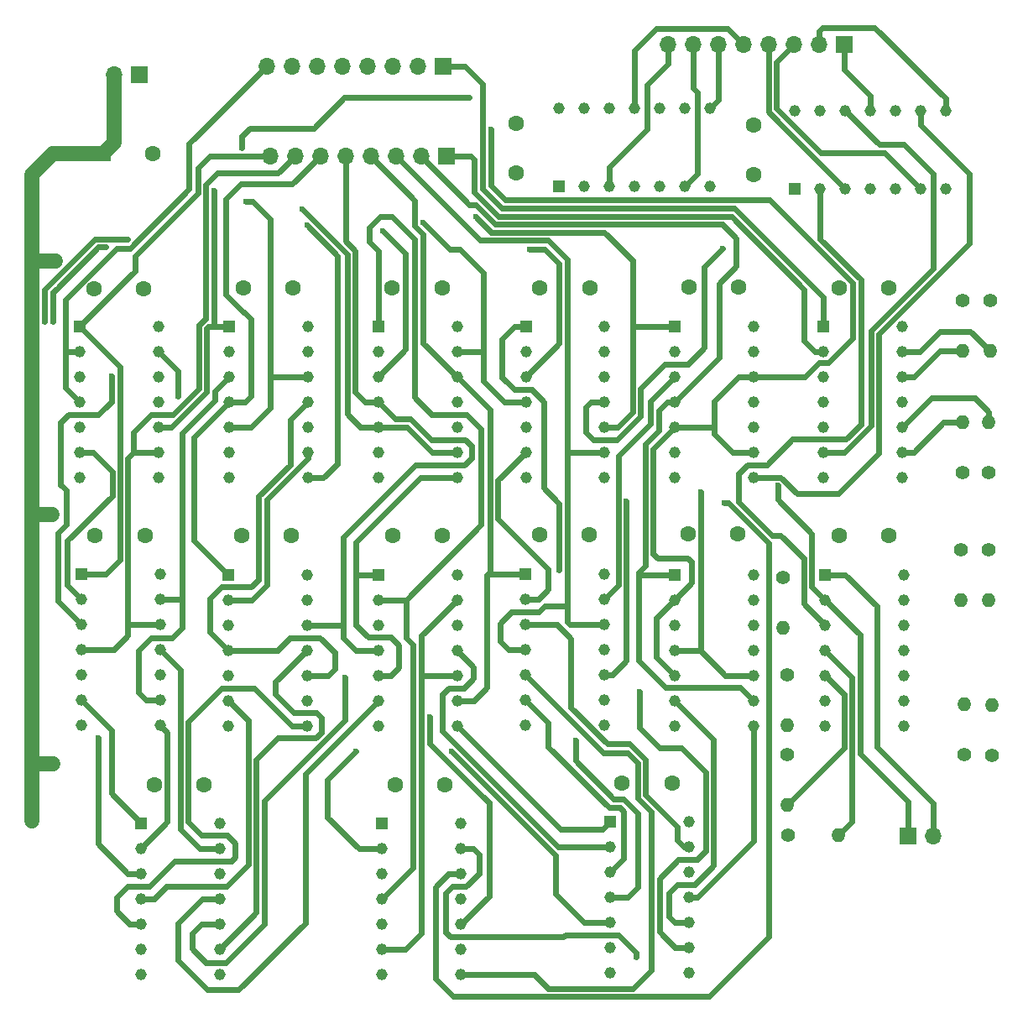
<source format=gbl>
G04 #@! TF.GenerationSoftware,KiCad,Pcbnew,6.0.11*
G04 #@! TF.CreationDate,2023-02-03T23:15:02+03:00*
G04 #@! TF.ProjectId,sum-diff-device,73756d2d-6469-4666-962d-646576696365,rev?*
G04 #@! TF.SameCoordinates,Original*
G04 #@! TF.FileFunction,Copper,L2,Bot*
G04 #@! TF.FilePolarity,Positive*
%FSLAX46Y46*%
G04 Gerber Fmt 4.6, Leading zero omitted, Abs format (unit mm)*
G04 Created by KiCad (PCBNEW 6.0.11) date 2023-02-03 23:15:02*
%MOMM*%
%LPD*%
G01*
G04 APERTURE LIST*
G04 #@! TA.AperFunction,ComponentPad*
%ADD10C,1.600000*%
G04 #@! TD*
G04 #@! TA.AperFunction,ComponentPad*
%ADD11R,1.170000X1.170000*%
G04 #@! TD*
G04 #@! TA.AperFunction,ComponentPad*
%ADD12C,1.170000*%
G04 #@! TD*
G04 #@! TA.AperFunction,ComponentPad*
%ADD13C,1.400000*%
G04 #@! TD*
G04 #@! TA.AperFunction,ComponentPad*
%ADD14O,1.400000X1.400000*%
G04 #@! TD*
G04 #@! TA.AperFunction,ComponentPad*
%ADD15R,1.700000X1.700000*%
G04 #@! TD*
G04 #@! TA.AperFunction,ComponentPad*
%ADD16O,1.700000X1.700000*%
G04 #@! TD*
G04 #@! TA.AperFunction,ComponentPad*
%ADD17R,1.600000X1.600000*%
G04 #@! TD*
G04 #@! TA.AperFunction,ViaPad*
%ADD18C,1.000000*%
G04 #@! TD*
G04 #@! TA.AperFunction,ViaPad*
%ADD19C,0.600000*%
G04 #@! TD*
G04 #@! TA.AperFunction,Conductor*
%ADD20C,1.500000*%
G04 #@! TD*
G04 #@! TA.AperFunction,Conductor*
%ADD21C,0.600000*%
G04 #@! TD*
G04 APERTURE END LIST*
D10*
X251130000Y-240340000D03*
X256130000Y-240340000D03*
D11*
X204752500Y-219330000D03*
D12*
X204752500Y-221870000D03*
X204752500Y-224410000D03*
X204752500Y-226950000D03*
X204752500Y-229490000D03*
X204752500Y-232030000D03*
X204752500Y-234570000D03*
X212692500Y-234570000D03*
X212692500Y-232030000D03*
X212692500Y-229490000D03*
X212692500Y-226950000D03*
X212692500Y-224410000D03*
X212692500Y-221870000D03*
X212692500Y-219330000D03*
D10*
X259460000Y-265320000D03*
X264460000Y-265320000D03*
D13*
X296420000Y-241810000D03*
D14*
X296420000Y-246890000D03*
D13*
X293940000Y-262500000D03*
D14*
X293940000Y-257420000D03*
D11*
X276870000Y-205447500D03*
D12*
X279410000Y-205447500D03*
X281950000Y-205447500D03*
X284490000Y-205447500D03*
X287030000Y-205447500D03*
X289570000Y-205447500D03*
X292110000Y-205447500D03*
X292110000Y-197507500D03*
X289570000Y-197507500D03*
X287030000Y-197507500D03*
X284490000Y-197507500D03*
X281950000Y-197507500D03*
X279410000Y-197507500D03*
X276870000Y-197507500D03*
D13*
X276060000Y-262470000D03*
D14*
X276060000Y-267550000D03*
D11*
X210930000Y-269390000D03*
D12*
X210930000Y-271930000D03*
X210930000Y-274470000D03*
X210930000Y-277010000D03*
X210930000Y-279550000D03*
X210930000Y-282090000D03*
X210930000Y-284630000D03*
X218870000Y-284630000D03*
X218870000Y-282090000D03*
X218870000Y-279550000D03*
X218870000Y-277010000D03*
X218870000Y-274470000D03*
X218870000Y-271930000D03*
X218870000Y-269390000D03*
D11*
X249742500Y-219280000D03*
D12*
X249742500Y-221820000D03*
X249742500Y-224360000D03*
X249742500Y-226900000D03*
X249742500Y-229440000D03*
X249742500Y-231980000D03*
X249742500Y-234520000D03*
X257682500Y-234520000D03*
X257682500Y-231980000D03*
X257682500Y-229440000D03*
X257682500Y-226900000D03*
X257682500Y-224360000D03*
X257682500Y-221820000D03*
X257682500Y-219280000D03*
D13*
X296770000Y-262550000D03*
D14*
X296770000Y-257470000D03*
D11*
X279892500Y-244330000D03*
D12*
X279892500Y-246870000D03*
X279892500Y-249410000D03*
X279892500Y-251950000D03*
X279892500Y-254490000D03*
X279892500Y-257030000D03*
X279892500Y-259570000D03*
X287832500Y-259570000D03*
X287832500Y-257030000D03*
X287832500Y-254490000D03*
X287832500Y-251950000D03*
X287832500Y-249410000D03*
X287832500Y-246870000D03*
X287832500Y-244330000D03*
D10*
X236310000Y-240400000D03*
X241310000Y-240400000D03*
X206290000Y-240370000D03*
X211290000Y-240370000D03*
D11*
X234842500Y-244330000D03*
D12*
X234842500Y-246870000D03*
X234842500Y-249410000D03*
X234842500Y-251950000D03*
X234842500Y-254490000D03*
X234842500Y-257030000D03*
X234842500Y-259570000D03*
X242782500Y-259570000D03*
X242782500Y-257030000D03*
X242782500Y-254490000D03*
X242782500Y-251950000D03*
X242782500Y-249410000D03*
X242782500Y-246870000D03*
X242782500Y-244330000D03*
D13*
X293640000Y-241830000D03*
D14*
X293640000Y-246910000D03*
D10*
X251160000Y-215400000D03*
X256160000Y-215400000D03*
D13*
X275640000Y-244620000D03*
D14*
X275640000Y-249700000D03*
D13*
X296600000Y-216710000D03*
D14*
X296600000Y-221790000D03*
D10*
X206200000Y-215470000D03*
X211200000Y-215470000D03*
D15*
X241345000Y-193030000D03*
D16*
X238805000Y-193030000D03*
X236265000Y-193030000D03*
X233725000Y-193030000D03*
X231185000Y-193030000D03*
X228645000Y-193030000D03*
X226105000Y-193030000D03*
X223565000Y-193030000D03*
D10*
X281380000Y-215440000D03*
X286380000Y-215440000D03*
D13*
X296450000Y-234070000D03*
D14*
X296450000Y-228990000D03*
D11*
X279780000Y-219280000D03*
D12*
X279780000Y-221820000D03*
X279780000Y-224360000D03*
X279780000Y-226900000D03*
X279780000Y-229440000D03*
X279780000Y-231980000D03*
X279780000Y-234520000D03*
X287720000Y-234520000D03*
X287720000Y-231980000D03*
X287720000Y-229440000D03*
X287720000Y-226900000D03*
X287720000Y-224360000D03*
X287720000Y-221820000D03*
X287720000Y-219280000D03*
D13*
X293810000Y-216700000D03*
D14*
X293810000Y-221780000D03*
D10*
X212270000Y-265520000D03*
X217270000Y-265520000D03*
D15*
X281845000Y-190860000D03*
D16*
X279305000Y-190860000D03*
X276765000Y-190860000D03*
X274225000Y-190860000D03*
X271685000Y-190860000D03*
X269145000Y-190860000D03*
X266605000Y-190860000D03*
X264065000Y-190860000D03*
D10*
X272710000Y-203980000D03*
X272710000Y-198980000D03*
D11*
X253050000Y-205200000D03*
D12*
X255590000Y-205200000D03*
X258130000Y-205200000D03*
X260670000Y-205200000D03*
X263210000Y-205200000D03*
X265750000Y-205200000D03*
X268290000Y-205200000D03*
X268290000Y-197260000D03*
X265750000Y-197260000D03*
X263210000Y-197260000D03*
X260670000Y-197260000D03*
X258130000Y-197260000D03*
X255590000Y-197260000D03*
X253050000Y-197260000D03*
D10*
X221210000Y-215440000D03*
X226210000Y-215440000D03*
X236260000Y-215370000D03*
X241260000Y-215370000D03*
D11*
X235240000Y-269450000D03*
D12*
X235240000Y-271990000D03*
X235240000Y-274530000D03*
X235240000Y-277070000D03*
X235240000Y-279610000D03*
X235240000Y-282150000D03*
X235240000Y-284690000D03*
X243180000Y-284690000D03*
X243180000Y-282150000D03*
X243180000Y-279610000D03*
X243180000Y-277070000D03*
X243180000Y-274530000D03*
X243180000Y-271990000D03*
X243180000Y-269450000D03*
D15*
X210720000Y-193880000D03*
D16*
X208180000Y-193880000D03*
D13*
X293760000Y-234050000D03*
D14*
X293760000Y-228970000D03*
D11*
X258240000Y-269220000D03*
D12*
X258240000Y-271760000D03*
X258240000Y-274300000D03*
X258240000Y-276840000D03*
X258240000Y-279380000D03*
X258240000Y-281920000D03*
X258240000Y-284460000D03*
X266180000Y-284460000D03*
X266180000Y-281920000D03*
X266180000Y-279380000D03*
X266180000Y-276840000D03*
X266180000Y-274300000D03*
X266180000Y-271760000D03*
X266180000Y-269220000D03*
D13*
X276220000Y-270610000D03*
D14*
X281300000Y-270610000D03*
D10*
X266160000Y-215350000D03*
X271160000Y-215350000D03*
X281370000Y-240420000D03*
X286370000Y-240420000D03*
X248780000Y-203790000D03*
X248780000Y-198790000D03*
D11*
X219780000Y-219330000D03*
D12*
X219780000Y-221870000D03*
X219780000Y-224410000D03*
X219780000Y-226950000D03*
X219780000Y-229490000D03*
X219780000Y-232030000D03*
X219780000Y-234570000D03*
X227720000Y-234570000D03*
X227720000Y-232030000D03*
X227720000Y-229490000D03*
X227720000Y-226950000D03*
X227720000Y-224410000D03*
X227720000Y-221870000D03*
X227720000Y-219330000D03*
D10*
X266070000Y-240250000D03*
X271070000Y-240250000D03*
D11*
X234842500Y-219280000D03*
D12*
X234842500Y-221820000D03*
X234842500Y-224360000D03*
X234842500Y-226900000D03*
X234842500Y-229440000D03*
X234842500Y-231980000D03*
X234842500Y-234520000D03*
X242782500Y-234520000D03*
X242782500Y-231980000D03*
X242782500Y-229440000D03*
X242782500Y-226900000D03*
X242782500Y-224360000D03*
X242782500Y-221820000D03*
X242782500Y-219280000D03*
D11*
X219730000Y-244330000D03*
D12*
X219730000Y-246870000D03*
X219730000Y-249410000D03*
X219730000Y-251950000D03*
X219730000Y-254490000D03*
X219730000Y-257030000D03*
X219730000Y-259570000D03*
X227670000Y-259570000D03*
X227670000Y-257030000D03*
X227670000Y-254490000D03*
X227670000Y-251950000D03*
X227670000Y-249410000D03*
X227670000Y-246870000D03*
X227670000Y-244330000D03*
D15*
X241685000Y-202120000D03*
D16*
X239145000Y-202120000D03*
X236605000Y-202120000D03*
X234065000Y-202120000D03*
X231525000Y-202120000D03*
X228985000Y-202120000D03*
X226445000Y-202120000D03*
X223905000Y-202120000D03*
D13*
X276110000Y-254450000D03*
D14*
X276110000Y-259530000D03*
D11*
X264792500Y-219280000D03*
D12*
X264792500Y-221820000D03*
X264792500Y-224360000D03*
X264792500Y-226900000D03*
X264792500Y-229440000D03*
X264792500Y-231980000D03*
X264792500Y-234520000D03*
X272732500Y-234520000D03*
X272732500Y-231980000D03*
X272732500Y-229440000D03*
X272732500Y-226900000D03*
X272732500Y-224360000D03*
X272732500Y-221820000D03*
X272732500Y-219280000D03*
D15*
X288260000Y-270705000D03*
D16*
X290800000Y-270705000D03*
D17*
X207097349Y-201820000D03*
D10*
X212097349Y-201820000D03*
X221050000Y-240410000D03*
X226050000Y-240410000D03*
X236540000Y-265530000D03*
X241540000Y-265530000D03*
D11*
X264730000Y-244330000D03*
D12*
X264730000Y-246870000D03*
X264730000Y-249410000D03*
X264730000Y-251950000D03*
X264730000Y-254490000D03*
X264730000Y-257030000D03*
X264730000Y-259570000D03*
X272670000Y-259570000D03*
X272670000Y-257030000D03*
X272670000Y-254490000D03*
X272670000Y-251950000D03*
X272670000Y-249410000D03*
X272670000Y-246870000D03*
X272670000Y-244330000D03*
D11*
X204880000Y-244280000D03*
D12*
X204880000Y-246820000D03*
X204880000Y-249360000D03*
X204880000Y-251900000D03*
X204880000Y-254440000D03*
X204880000Y-256980000D03*
X204880000Y-259520000D03*
X212820000Y-259520000D03*
X212820000Y-256980000D03*
X212820000Y-254440000D03*
X212820000Y-251900000D03*
X212820000Y-249360000D03*
X212820000Y-246820000D03*
X212820000Y-244280000D03*
D11*
X249680000Y-244280000D03*
D12*
X249680000Y-246820000D03*
X249680000Y-249360000D03*
X249680000Y-251900000D03*
X249680000Y-254440000D03*
X249680000Y-256980000D03*
X249680000Y-259520000D03*
X257620000Y-259520000D03*
X257620000Y-256980000D03*
X257620000Y-254440000D03*
X257620000Y-251900000D03*
X257620000Y-249360000D03*
X257620000Y-246820000D03*
X257620000Y-244280000D03*
D18*
X201900000Y-238300000D03*
X199890000Y-269210000D03*
X202240000Y-212730000D03*
X202060000Y-263420000D03*
D19*
X275129418Y-235320082D03*
X201209500Y-218779500D03*
X209569315Y-210469315D03*
X214640000Y-226290000D03*
X207350000Y-211269315D03*
X202010000Y-218790000D03*
X207910000Y-224330000D03*
X227639668Y-209080332D03*
X244010685Y-196169315D03*
X221080000Y-201300000D03*
X232610000Y-262140000D03*
X235330000Y-209669815D03*
X253110000Y-243860000D03*
X250090000Y-211480000D03*
X269540000Y-211450000D03*
X259860000Y-236880000D03*
X267370000Y-235970000D03*
X269750000Y-237050000D03*
X206560000Y-260780000D03*
X231490000Y-254700000D03*
X254760000Y-261000000D03*
X242270000Y-262180000D03*
X261220000Y-256150000D03*
X260880000Y-282900000D03*
X246170000Y-199439336D03*
X240000000Y-258650000D03*
X244680000Y-208230000D03*
X239329500Y-208770500D03*
X227140000Y-207450000D03*
X221520000Y-206650000D03*
X218270000Y-205610000D03*
D20*
X199890000Y-238290000D02*
X199890000Y-262500000D01*
X199890000Y-262500000D02*
X199890000Y-263430000D01*
X208180000Y-193880000D02*
X208180000Y-200737349D01*
X199890000Y-212730000D02*
X202240000Y-212730000D01*
X199890000Y-213910000D02*
X199890000Y-215590000D01*
X208180000Y-200737349D02*
X207097349Y-201820000D01*
X199890000Y-263430000D02*
X199890000Y-269210000D01*
X199890000Y-208580000D02*
X199890000Y-212730000D01*
X207097349Y-201820000D02*
X202050000Y-201820000D01*
X199890000Y-238290000D02*
X201890000Y-238290000D01*
X199890000Y-263430000D02*
X202050000Y-263430000D01*
X199890000Y-203980000D02*
X199890000Y-208580000D01*
X201890000Y-238290000D02*
X201900000Y-238300000D01*
X199890000Y-212730000D02*
X199890000Y-215590000D01*
X199890000Y-215590000D02*
X199890000Y-238290000D01*
X202050000Y-201820000D02*
X199890000Y-203980000D01*
D21*
X241685000Y-202120000D02*
X244190000Y-202120000D01*
X270468630Y-208200000D02*
X277820000Y-215551370D01*
X277820000Y-215551370D02*
X277820000Y-220780000D01*
X278860000Y-221820000D02*
X279780000Y-221820000D01*
X244190000Y-202120000D02*
X244560000Y-202490000D01*
X277820000Y-220780000D02*
X278860000Y-221820000D01*
X244560000Y-205761370D02*
X246998630Y-208200000D01*
X244560000Y-202490000D02*
X244560000Y-205761370D01*
X246998630Y-208200000D02*
X270468630Y-208200000D01*
X270750000Y-207350000D02*
X279780000Y-216380000D01*
X247280000Y-207350000D02*
X270750000Y-207350000D01*
X245360000Y-205430000D02*
X247280000Y-207350000D01*
X279780000Y-216380000D02*
X279780000Y-219280000D01*
X243570000Y-193030000D02*
X245360000Y-194820000D01*
X245360000Y-194820000D02*
X245360000Y-205430000D01*
X241345000Y-193030000D02*
X243570000Y-193030000D01*
X283430000Y-250407500D02*
X279892500Y-246870000D01*
X275129418Y-235320082D02*
X275129418Y-236768047D01*
X278550000Y-240188629D02*
X278550000Y-245527500D01*
X275129418Y-236768047D02*
X278550000Y-240188629D01*
X283430000Y-262380000D02*
X283430000Y-250407500D01*
X278550000Y-245527500D02*
X279892500Y-246870000D01*
X288260000Y-267210000D02*
X283430000Y-262380000D01*
X288260000Y-270705000D02*
X288260000Y-267210000D01*
X284490000Y-196050000D02*
X284490000Y-197507500D01*
X281845000Y-190860000D02*
X281845000Y-193405000D01*
X281845000Y-193405000D02*
X284490000Y-196050000D01*
X291860000Y-228970000D02*
X293760000Y-228970000D01*
X287720000Y-231980000D02*
X288850000Y-231980000D01*
X288850000Y-231980000D02*
X291860000Y-228970000D01*
X296450000Y-227900000D02*
X296450000Y-228990000D01*
X294760000Y-226500000D02*
X295050000Y-226500000D01*
X290620000Y-226540000D02*
X294720000Y-226540000D01*
X295050000Y-226500000D02*
X296450000Y-227900000D01*
X287720000Y-229440000D02*
X290620000Y-226540000D01*
X294720000Y-226540000D02*
X294760000Y-226500000D01*
X288920000Y-224360000D02*
X291500000Y-221780000D01*
X291500000Y-221780000D02*
X293810000Y-221780000D01*
X287720000Y-224360000D02*
X288920000Y-224360000D01*
X291530000Y-219770000D02*
X294580000Y-219770000D01*
X289480000Y-221820000D02*
X291530000Y-219770000D01*
X287720000Y-221820000D02*
X289480000Y-221820000D01*
X294580000Y-219770000D02*
X296600000Y-221790000D01*
X276060000Y-267550000D02*
X281830000Y-261780000D01*
X281830000Y-261780000D02*
X281830000Y-256427500D01*
X281830000Y-256427500D02*
X279892500Y-254490000D01*
X282630000Y-269280000D02*
X282630000Y-254687500D01*
X282630000Y-254687500D02*
X279892500Y-251950000D01*
X281300000Y-270610000D02*
X282630000Y-269280000D01*
X201140000Y-218710000D02*
X201140000Y-215610000D01*
X201209500Y-218779500D02*
X201140000Y-218710000D01*
X201140000Y-215610000D02*
X206280685Y-210469315D01*
X206280685Y-210469315D02*
X209569315Y-210469315D01*
X203470000Y-245410000D02*
X203470000Y-240900000D01*
X207990000Y-233940000D02*
X206080000Y-232030000D01*
X207990000Y-236380000D02*
X207990000Y-233940000D01*
X203470000Y-240900000D02*
X207990000Y-236380000D01*
X206080000Y-232030000D02*
X204752500Y-232030000D01*
X204880000Y-246820000D02*
X203470000Y-245410000D01*
X212692500Y-221870000D02*
X214640000Y-223817500D01*
X214640000Y-223817500D02*
X214640000Y-226290000D01*
X202010000Y-218790000D02*
X202010000Y-215871370D01*
X206612055Y-211269315D02*
X207350000Y-211269315D01*
X202420685Y-215460685D02*
X206595685Y-211285685D01*
X206595685Y-211285685D02*
X206612055Y-211269315D01*
X202010000Y-215871370D02*
X202420685Y-215460685D01*
X203620000Y-228170000D02*
X205400000Y-228170000D01*
X202530000Y-240120000D02*
X203350000Y-239300000D01*
X203350000Y-239300000D02*
X203350000Y-235810000D01*
X202530000Y-247010000D02*
X202530000Y-245570000D01*
X202530000Y-245570000D02*
X202530000Y-240120000D01*
X207910000Y-226880000D02*
X207910000Y-224330000D01*
X207280000Y-227510000D02*
X207910000Y-226880000D01*
X206620000Y-228170000D02*
X207280000Y-227510000D01*
X202810000Y-228980000D02*
X203620000Y-228170000D01*
X204880000Y-249360000D02*
X202530000Y-247010000D01*
X202960000Y-235420000D02*
X202810000Y-235270000D01*
X202810000Y-235270000D02*
X202810000Y-228980000D01*
X205400000Y-228170000D02*
X206620000Y-228170000D01*
X203350000Y-235810000D02*
X202960000Y-235420000D01*
X210660000Y-256200000D02*
X211440000Y-256980000D01*
X215010000Y-246820000D02*
X215030000Y-246800000D01*
X210660000Y-251970000D02*
X210660000Y-256200000D01*
X215030000Y-230090000D02*
X215030000Y-244610000D01*
X215030000Y-246800000D02*
X215030000Y-249700000D01*
X212820000Y-246820000D02*
X215010000Y-246820000D01*
X218370000Y-225820000D02*
X218370000Y-226750000D01*
X215030000Y-244610000D02*
X215030000Y-246800000D01*
X218370000Y-226750000D02*
X215030000Y-230090000D01*
X211950000Y-250680000D02*
X210660000Y-251970000D01*
X215030000Y-249700000D02*
X214050000Y-250680000D01*
X211440000Y-256980000D02*
X212820000Y-256980000D01*
X214050000Y-250680000D02*
X211950000Y-250680000D01*
X219780000Y-224410000D02*
X218370000Y-225820000D01*
X244010685Y-196169315D02*
X231480685Y-196169315D01*
X227720000Y-234570000D02*
X229320000Y-234570000D01*
X231430000Y-196220000D02*
X228350000Y-199300000D01*
X229320000Y-234570000D02*
X230729315Y-233160685D01*
X221870000Y-199300000D02*
X221080000Y-200090000D01*
X221080000Y-200090000D02*
X221080000Y-201300000D01*
X230729315Y-212170685D02*
X227639668Y-209081038D01*
X228350000Y-199300000D02*
X221870000Y-199300000D01*
X231480685Y-196169315D02*
X231430000Y-196220000D01*
X227639668Y-209081038D02*
X227639668Y-209080332D01*
X230729315Y-233160685D02*
X230729315Y-212170685D01*
X227720000Y-232030000D02*
X227720000Y-232600000D01*
X229730000Y-265020000D02*
X229730000Y-268820000D01*
X222060000Y-246870000D02*
X219730000Y-246870000D01*
X232610000Y-262140000D02*
X229730000Y-265020000D01*
X232900000Y-271990000D02*
X235240000Y-271990000D01*
X223580000Y-236740000D02*
X223580000Y-245350000D01*
X229730000Y-268820000D02*
X232900000Y-271990000D01*
X227720000Y-232600000D02*
X223580000Y-236740000D01*
X223580000Y-245350000D02*
X222060000Y-246870000D01*
X222760000Y-244850000D02*
X222020000Y-245590000D01*
X217890000Y-250110000D02*
X219730000Y-251950000D01*
X222020000Y-245590000D02*
X219060000Y-245590000D01*
X222760000Y-236428630D02*
X222760000Y-244850000D01*
X224690000Y-251950000D02*
X225930000Y-250710000D01*
X230440000Y-252170000D02*
X230440000Y-253820000D01*
X228980000Y-250710000D02*
X230440000Y-252170000D01*
X230440000Y-253820000D02*
X229770000Y-254490000D01*
X217890000Y-246760000D02*
X217890000Y-250110000D01*
X225930000Y-250710000D02*
X228980000Y-250710000D01*
X219730000Y-251950000D02*
X224690000Y-251950000D01*
X225940000Y-233248630D02*
X222760000Y-236428630D01*
X227720000Y-226950000D02*
X225940000Y-228730000D01*
X219060000Y-245590000D02*
X217890000Y-246760000D01*
X225940000Y-228730000D02*
X225940000Y-233248630D01*
X229770000Y-254490000D02*
X227670000Y-254490000D01*
X243770000Y-228180000D02*
X245220000Y-229630000D01*
X237680000Y-250720000D02*
X237680000Y-246870000D01*
X237680000Y-246870000D02*
X234842500Y-246870000D01*
X245220000Y-230240000D02*
X245230000Y-230250000D01*
X234842500Y-211662500D02*
X233920000Y-210740000D01*
X236200000Y-208230000D02*
X238470000Y-210500000D01*
X238360000Y-273950000D02*
X238360000Y-251400000D01*
X234842500Y-219280000D02*
X234842500Y-211662500D01*
X235000000Y-208230000D02*
X236200000Y-208230000D01*
X245230000Y-230250000D02*
X245230000Y-239320000D01*
X245230000Y-239320000D02*
X237680000Y-246870000D01*
X240210000Y-228180000D02*
X243770000Y-228180000D01*
X235240000Y-277070000D02*
X238360000Y-273950000D01*
X233920000Y-209310000D02*
X235000000Y-208230000D01*
X238470000Y-210500000D02*
X238470000Y-226440000D01*
X233920000Y-210740000D02*
X233920000Y-209310000D01*
X245220000Y-229630000D02*
X245220000Y-230240000D01*
X238360000Y-251400000D02*
X237680000Y-250720000D01*
X238470000Y-226440000D02*
X240210000Y-228180000D01*
X235330000Y-209669815D02*
X237610000Y-211949815D01*
X237610000Y-221592500D02*
X234842500Y-224360000D01*
X237610000Y-211949815D02*
X237610000Y-221592500D01*
X236940000Y-253680000D02*
X236130000Y-254490000D01*
X232600000Y-249450000D02*
X233820000Y-250670000D01*
X233820000Y-250670000D02*
X236120000Y-250670000D01*
X232600000Y-243180000D02*
X232600000Y-244170000D01*
X236120000Y-250670000D02*
X236940000Y-251490000D01*
X242782500Y-234520000D02*
X239120000Y-234520000D01*
X236130000Y-254490000D02*
X234842500Y-254490000D01*
X236940000Y-251490000D02*
X236940000Y-253680000D01*
X232600000Y-241040000D02*
X232600000Y-243180000D01*
X234842500Y-244330000D02*
X232760000Y-244330000D01*
X232600000Y-244170000D02*
X232600000Y-249450000D01*
X239120000Y-234520000D02*
X232600000Y-241040000D01*
X232760000Y-244330000D02*
X232600000Y-244170000D01*
X239450000Y-254490000D02*
X239200000Y-254740000D01*
X250120000Y-225640000D02*
X250320000Y-225640000D01*
X239200000Y-280550000D02*
X237600000Y-282150000D01*
X247840000Y-224920000D02*
X248560000Y-225640000D01*
X242782500Y-246870000D02*
X239200000Y-250452500D01*
X249742500Y-219280000D02*
X248620000Y-219280000D01*
X251560000Y-226880000D02*
X251560000Y-229790000D01*
X239200000Y-254740000D02*
X239200000Y-280550000D01*
X237600000Y-282150000D02*
X235240000Y-282150000D01*
X251560000Y-229790000D02*
X251560000Y-235590000D01*
X251560000Y-235590000D02*
X252840000Y-236870000D01*
X253110000Y-237140000D02*
X253110000Y-243860000D01*
X247350000Y-224430000D02*
X247840000Y-224920000D01*
X247350000Y-220550000D02*
X247350000Y-224430000D01*
X248620000Y-219280000D02*
X247350000Y-220550000D01*
X250320000Y-225640000D02*
X251560000Y-226880000D01*
X239200000Y-250452500D02*
X239200000Y-254740000D01*
X242782500Y-254490000D02*
X239450000Y-254490000D01*
X248560000Y-225640000D02*
X250120000Y-225640000D01*
X252840000Y-236870000D02*
X253110000Y-237140000D01*
X251620000Y-211480000D02*
X253090000Y-212950000D01*
X253110000Y-212950000D02*
X253110000Y-220992500D01*
X253090000Y-212950000D02*
X253110000Y-212950000D01*
X253110000Y-220992500D02*
X249742500Y-224360000D01*
X250090000Y-211480000D02*
X251620000Y-211480000D01*
X251980000Y-245840000D02*
X251980000Y-243730000D01*
X249680000Y-246820000D02*
X251000000Y-246820000D01*
X246910000Y-238660000D02*
X246910000Y-234812500D01*
X251980000Y-243730000D02*
X246910000Y-238660000D01*
X246910000Y-234812500D02*
X249742500Y-231980000D01*
X251000000Y-246820000D02*
X251980000Y-245840000D01*
X261290000Y-228360000D02*
X258950000Y-230700000D01*
X255820000Y-227400000D02*
X256320000Y-226900000D01*
X256320000Y-226900000D02*
X257682500Y-226900000D01*
X269540000Y-211450000D02*
X267740000Y-213250000D01*
X267740000Y-221420000D02*
X266080000Y-223080000D01*
X256570000Y-230700000D02*
X255820000Y-229950000D01*
X263770000Y-223080000D02*
X261290000Y-225560000D01*
X255820000Y-229950000D02*
X255820000Y-227400000D01*
X266080000Y-223080000D02*
X263770000Y-223080000D01*
X258950000Y-230700000D02*
X256570000Y-230700000D01*
X261290000Y-225560000D02*
X261290000Y-228360000D01*
X267740000Y-213250000D02*
X267740000Y-221420000D01*
X258450000Y-254440000D02*
X257620000Y-254440000D01*
X259860000Y-236880000D02*
X259860000Y-253030000D01*
X250580000Y-284690000D02*
X251990000Y-286100000D01*
X257570000Y-262330000D02*
X249680000Y-254440000D01*
X251990000Y-286100000D02*
X260530000Y-286100000D01*
X243180000Y-284690000D02*
X250580000Y-284690000D01*
X259860000Y-253030000D02*
X258450000Y-254440000D01*
X259988630Y-262330000D02*
X257570000Y-262330000D01*
X260530000Y-286100000D02*
X262390000Y-284240000D01*
X260990000Y-266861370D02*
X260990000Y-263331370D01*
X260990000Y-263331370D02*
X259988630Y-262330000D01*
X262390000Y-284240000D02*
X262390000Y-268261370D01*
X262390000Y-268261370D02*
X260990000Y-266861370D01*
X262290000Y-229100000D02*
X259040000Y-232350000D01*
X264792500Y-224360000D02*
X262290000Y-226862500D01*
X259040000Y-232350000D02*
X259040000Y-245400000D01*
X259040000Y-245400000D02*
X257620000Y-246820000D01*
X262290000Y-226862500D02*
X262290000Y-229100000D01*
X289570000Y-197507500D02*
X289570000Y-199000000D01*
X285360000Y-220041370D02*
X285360000Y-232090000D01*
X275460000Y-234520000D02*
X272732500Y-234520000D01*
X285360000Y-232090000D02*
X281280000Y-236170000D01*
X294470000Y-203900000D02*
X294470000Y-210931370D01*
X289570000Y-199000000D02*
X294470000Y-203900000D01*
X281280000Y-236170000D02*
X277110000Y-236170000D01*
X294470000Y-210931370D02*
X285360000Y-220041370D01*
X277110000Y-236170000D02*
X275460000Y-234520000D01*
X264730000Y-251950000D02*
X267330000Y-251950000D01*
X267370000Y-235970000D02*
X267370000Y-248750000D01*
X267370000Y-251990000D02*
X269870000Y-254490000D01*
X267330000Y-251950000D02*
X267370000Y-251990000D01*
X269870000Y-254490000D02*
X272670000Y-254490000D01*
X267370000Y-248750000D02*
X267370000Y-251990000D01*
X270138630Y-237050000D02*
X274220000Y-241131370D01*
X274220000Y-280870000D02*
X268190000Y-286900000D01*
X268190000Y-286900000D02*
X242420000Y-286900000D01*
X269750000Y-237050000D02*
X270138630Y-237050000D01*
X240620000Y-275820000D02*
X241910000Y-274530000D01*
X240620000Y-285100000D02*
X240620000Y-275820000D01*
X242420000Y-286900000D02*
X240620000Y-285100000D01*
X274220000Y-241131370D02*
X274220000Y-280870000D01*
X241910000Y-274530000D02*
X243180000Y-274530000D01*
X284560000Y-219709999D02*
X284560000Y-229270000D01*
X290830000Y-213440000D02*
X284560000Y-219709999D01*
X287860000Y-200960000D02*
X290830000Y-203930000D01*
X281950000Y-197507500D02*
X285402500Y-200960000D01*
X281850000Y-231980000D02*
X279780000Y-231980000D01*
X285402500Y-200960000D02*
X287860000Y-200960000D01*
X284560000Y-229270000D02*
X281850000Y-231980000D01*
X290830000Y-203930000D02*
X290830000Y-213440000D01*
X210930000Y-269390000D02*
X207900000Y-266360000D01*
X207900000Y-266360000D02*
X207900000Y-260000000D01*
X207900000Y-260000000D02*
X204880000Y-256980000D01*
X212820000Y-259520000D02*
X213570000Y-260270000D01*
X213570000Y-260270000D02*
X213570000Y-269290000D01*
X213570000Y-269290000D02*
X210930000Y-271930000D01*
X214850000Y-269980000D02*
X216800000Y-271930000D01*
X214850000Y-253930000D02*
X214850000Y-269980000D01*
X216800000Y-271930000D02*
X218870000Y-271930000D01*
X212820000Y-251900000D02*
X214850000Y-253930000D01*
X206560000Y-260780000D02*
X206560000Y-271480000D01*
X209550000Y-274470000D02*
X210930000Y-274470000D01*
X206560000Y-271480000D02*
X209550000Y-274470000D01*
X213460000Y-275770000D02*
X219570000Y-275770000D01*
X219570000Y-275770000D02*
X221740000Y-273600000D01*
X212220000Y-277010000D02*
X213460000Y-275770000D01*
X221740000Y-273600000D02*
X221740000Y-259040000D01*
X221740000Y-259040000D02*
X219730000Y-257030000D01*
X210930000Y-277010000D02*
X212220000Y-277010000D01*
X219650000Y-270640000D02*
X220430000Y-271420000D01*
X217000000Y-270640000D02*
X219650000Y-270640000D01*
X227670000Y-259570000D02*
X226120000Y-259570000D01*
X220430000Y-271420000D02*
X220430000Y-272820000D01*
X208420000Y-276910000D02*
X208420000Y-278210000D01*
X211780000Y-275790000D02*
X209540000Y-275790000D01*
X209540000Y-275790000D02*
X208420000Y-276910000D01*
X222330000Y-255780000D02*
X219060000Y-255780000D01*
X220430000Y-272820000D02*
X220010000Y-273240000D01*
X209760000Y-279550000D02*
X210930000Y-279550000D01*
X208420000Y-278210000D02*
X209760000Y-279550000D01*
X214330000Y-273240000D02*
X211780000Y-275790000D01*
X220010000Y-273240000D02*
X214330000Y-273240000D01*
X226120000Y-259570000D02*
X222330000Y-255780000D01*
X215650000Y-259190000D02*
X215650000Y-269290000D01*
X219060000Y-255780000D02*
X215650000Y-259190000D01*
X215650000Y-269290000D02*
X217000000Y-270640000D01*
X228630000Y-258260000D02*
X229090000Y-258720000D01*
X227670000Y-251950000D02*
X224490000Y-255130000D01*
X224490000Y-255130000D02*
X224490000Y-256400000D01*
X229090000Y-260250000D02*
X228510000Y-260830000D01*
X224730000Y-260830000D02*
X222540000Y-263020000D01*
X224490000Y-256400000D02*
X226350000Y-258260000D01*
X226350000Y-258260000D02*
X228630000Y-258260000D01*
X222540000Y-278420000D02*
X218870000Y-282090000D01*
X222540000Y-263020000D02*
X222540000Y-278420000D01*
X228510000Y-260830000D02*
X224730000Y-260830000D01*
X229090000Y-258720000D02*
X229090000Y-260250000D01*
X231490000Y-258981370D02*
X223340000Y-267131370D01*
X219490000Y-283450000D02*
X217410000Y-283450000D01*
X217410000Y-283450000D02*
X216030000Y-282070000D01*
X216980000Y-279550000D02*
X218870000Y-279550000D01*
X216030000Y-280500000D02*
X216980000Y-279550000D01*
X223340000Y-279600000D02*
X219490000Y-283450000D01*
X223340000Y-267131370D02*
X223340000Y-279600000D01*
X216030000Y-282070000D02*
X216030000Y-280500000D01*
X231490000Y-254700000D02*
X231490000Y-258981370D01*
X214590000Y-279510000D02*
X217090000Y-277010000D01*
X220690000Y-286230000D02*
X217580000Y-286230000D01*
X217580000Y-286230000D02*
X214590000Y-283240000D01*
X227460000Y-279460000D02*
X220690000Y-286230000D01*
X217090000Y-277010000D02*
X218870000Y-277010000D01*
X214590000Y-283240000D02*
X214590000Y-279510000D01*
X227460000Y-264412500D02*
X227460000Y-279460000D01*
X234842500Y-257030000D02*
X227460000Y-264412500D01*
X253212500Y-270000000D02*
X257460000Y-270000000D01*
X242782500Y-259570000D02*
X253212500Y-270000000D01*
X257460000Y-270000000D02*
X258240000Y-269220000D01*
X253020000Y-271760000D02*
X258240000Y-271760000D01*
X241960000Y-255760000D02*
X241340000Y-256380000D01*
X241340000Y-256380000D02*
X241340000Y-260080000D01*
X244470000Y-254790000D02*
X243500000Y-255760000D01*
X243500000Y-255760000D02*
X241960000Y-255760000D01*
X242782500Y-251950000D02*
X244470000Y-253637500D01*
X244470000Y-253637500D02*
X244470000Y-254790000D01*
X241340000Y-260080000D02*
X253020000Y-271760000D01*
X254280000Y-250770000D02*
X254280000Y-257714422D01*
X265040000Y-271130000D02*
X265670000Y-271760000D01*
X249680000Y-249360000D02*
X252870000Y-249360000D01*
X265040000Y-269780000D02*
X265040000Y-271130000D01*
X261790000Y-266530000D02*
X265040000Y-269780000D01*
X261820000Y-263030000D02*
X261790000Y-263060000D01*
X265670000Y-271760000D02*
X266180000Y-271760000D01*
X257975578Y-261410000D02*
X260200000Y-261410000D01*
X254280000Y-257714422D02*
X257975578Y-261410000D01*
X260200000Y-261410000D02*
X261820000Y-263030000D01*
X261790000Y-263060000D02*
X261790000Y-266530000D01*
X252870000Y-249360000D02*
X254280000Y-250770000D01*
X259600000Y-272940000D02*
X258240000Y-274300000D01*
X251990000Y-261720000D02*
X258110000Y-267840000D01*
X258110000Y-267840000D02*
X259230000Y-267840000D01*
X251990000Y-259290000D02*
X251990000Y-261720000D01*
X259600000Y-268210000D02*
X259600000Y-272940000D01*
X259230000Y-267840000D02*
X259600000Y-268210000D01*
X249680000Y-256980000D02*
X251990000Y-259290000D01*
X254760000Y-261000000D02*
X254760000Y-263100000D01*
X260030000Y-276840000D02*
X258240000Y-276840000D01*
X259620000Y-266950000D02*
X261040000Y-268370000D01*
X261040000Y-268370000D02*
X261040000Y-275830000D01*
X258610000Y-266950000D02*
X259620000Y-266950000D01*
X254760000Y-263100000D02*
X258610000Y-266950000D01*
X261040000Y-275830000D02*
X260030000Y-276840000D01*
X252760000Y-276550000D02*
X255590000Y-279380000D01*
X255590000Y-279380000D02*
X258240000Y-279380000D01*
X252760000Y-272631370D02*
X252760000Y-276550000D01*
X242270000Y-262180000D02*
X242270000Y-262141371D01*
X242270000Y-262141371D02*
X252760000Y-272631370D01*
X263190000Y-280330000D02*
X263190000Y-275200000D01*
X265130000Y-273030000D02*
X266460000Y-273030000D01*
X267030000Y-273030000D02*
X267500000Y-272560000D01*
X266460000Y-273030000D02*
X267030000Y-273030000D01*
X267880000Y-272180000D02*
X267880000Y-264270000D01*
X264780000Y-281920000D02*
X263370000Y-280510000D01*
X265390000Y-261780000D02*
X263230000Y-261780000D01*
X266180000Y-281920000D02*
X264780000Y-281920000D01*
X267880000Y-264270000D02*
X265390000Y-261780000D01*
X265030000Y-273130000D02*
X265130000Y-273030000D01*
X263370000Y-280510000D02*
X263190000Y-280330000D01*
X263190000Y-274970000D02*
X265030000Y-273130000D01*
X267500000Y-272560000D02*
X267880000Y-272180000D01*
X263190000Y-275200000D02*
X263190000Y-274970000D01*
X261220000Y-259770000D02*
X261220000Y-256150000D01*
X263230000Y-261780000D02*
X261220000Y-259770000D01*
X264180000Y-276440000D02*
X265040000Y-275580000D01*
X265040000Y-275580000D02*
X266760000Y-275580000D01*
X268680000Y-273660000D02*
X268680000Y-260980000D01*
X268680000Y-260980000D02*
X264730000Y-257030000D01*
X266760000Y-275580000D02*
X268680000Y-273660000D01*
X264180000Y-278780000D02*
X264180000Y-276440000D01*
X266180000Y-279380000D02*
X264780000Y-279380000D01*
X264780000Y-279380000D02*
X264180000Y-278780000D01*
X267030000Y-276840000D02*
X272670000Y-271200000D01*
X272670000Y-271200000D02*
X272670000Y-259570000D01*
X266180000Y-276840000D02*
X267030000Y-276840000D01*
X241650000Y-280390000D02*
X241650000Y-276470000D01*
X243690000Y-275800000D02*
X245010000Y-274480000D01*
X259080000Y-280660000D02*
X253740000Y-280660000D01*
X244420000Y-271990000D02*
X243180000Y-271990000D01*
X241650000Y-276470000D02*
X242320000Y-275800000D01*
X245010000Y-272580000D02*
X244420000Y-271990000D01*
X260880000Y-282460000D02*
X259080000Y-280660000D01*
X253530000Y-280870000D02*
X242130000Y-280870000D01*
X260880000Y-282900000D02*
X260880000Y-282460000D01*
X253740000Y-280660000D02*
X253530000Y-280870000D01*
X242130000Y-280870000D02*
X241650000Y-280390000D01*
X245010000Y-274480000D02*
X245010000Y-272580000D01*
X242320000Y-275800000D02*
X243690000Y-275800000D01*
X276620000Y-230680000D02*
X274040000Y-233260000D01*
X277750000Y-247267500D02*
X279892500Y-249410000D01*
X279410000Y-210500152D02*
X283510000Y-214600152D01*
X271200000Y-236980000D02*
X274610000Y-240390000D01*
X283510000Y-214600152D02*
X283510000Y-229188630D01*
X271200000Y-234160000D02*
X271200000Y-236980000D01*
X277750000Y-242690000D02*
X277750000Y-247267500D01*
X282018630Y-230680000D02*
X276620000Y-230680000D01*
X275450000Y-240390000D02*
X277750000Y-242690000D01*
X274040000Y-233260000D02*
X272100000Y-233260000D01*
X274610000Y-240390000D02*
X275450000Y-240390000D01*
X279410000Y-205447500D02*
X279410000Y-210500152D01*
X283510000Y-229188630D02*
X282018630Y-230680000D01*
X272100000Y-233260000D02*
X271200000Y-234160000D01*
X261790000Y-243400000D02*
X261100000Y-244090000D01*
X263130000Y-227750000D02*
X263130000Y-229830000D01*
X261100000Y-244090000D02*
X261340000Y-244330000D01*
X263130000Y-229830000D02*
X261790000Y-231170000D01*
X269550000Y-209000000D02*
X246667259Y-209000000D01*
X261100000Y-244090000D02*
X261100000Y-252970000D01*
X244027741Y-207002741D02*
X239145000Y-202120000D01*
X269260000Y-214950000D02*
X270970000Y-213240000D01*
X244670000Y-207002741D02*
X244027741Y-207002741D01*
X246667259Y-209000000D02*
X244670000Y-207002741D01*
X261790000Y-231170000D02*
X261790000Y-243400000D01*
X270970000Y-213240000D02*
X270970000Y-210420000D01*
X269260000Y-222432500D02*
X269260000Y-214950000D01*
X270970000Y-210420000D02*
X269550000Y-209000000D01*
X264792500Y-226900000D02*
X269260000Y-222432500D01*
X271845000Y-256205000D02*
X272670000Y-257030000D01*
X261340000Y-244330000D02*
X264730000Y-244330000D01*
X264792500Y-226900000D02*
X263980000Y-226900000D01*
X261100000Y-252970000D02*
X263860000Y-255730000D01*
X263860000Y-255730000D02*
X271370000Y-255730000D01*
X263980000Y-226900000D02*
X263130000Y-227750000D01*
X271370000Y-255730000D02*
X271845000Y-256205000D01*
X248280000Y-248080000D02*
X247120000Y-249240000D01*
X245085000Y-210600000D02*
X251950000Y-210600000D01*
X257682500Y-231980000D02*
X254170000Y-231980000D01*
X254170000Y-231980000D02*
X253910000Y-231720000D01*
X251610000Y-247510000D02*
X251030000Y-248090000D01*
X251950000Y-210600000D02*
X253910000Y-212560000D01*
X247950000Y-251900000D02*
X249680000Y-251900000D01*
X253910000Y-249130000D02*
X254160000Y-249380000D01*
X247120000Y-249240000D02*
X247120000Y-251070000D01*
X257620000Y-249360000D02*
X254130000Y-249360000D01*
X253910000Y-247510000D02*
X253910000Y-249130000D01*
X253910000Y-247510000D02*
X251610000Y-247510000D01*
X253910000Y-212560000D02*
X253910000Y-231720000D01*
X251030000Y-248090000D02*
X248290000Y-248090000D01*
X247120000Y-251070000D02*
X247950000Y-251900000D01*
X236605000Y-202120000D02*
X245085000Y-210600000D01*
X248290000Y-248090000D02*
X248280000Y-248080000D01*
X253910000Y-231720000D02*
X253910000Y-247510000D01*
X238540000Y-206595000D02*
X238540000Y-207410000D01*
X238529500Y-209101870D02*
X239380000Y-209952370D01*
X244480000Y-257030000D02*
X242782500Y-257030000D01*
X238540000Y-207410000D02*
X238529500Y-207420500D01*
X234065000Y-202120000D02*
X238540000Y-206595000D01*
X245850000Y-244280000D02*
X245800000Y-244330000D01*
X239380000Y-209952370D02*
X239380000Y-220957500D01*
X245800000Y-244330000D02*
X245800000Y-255710000D01*
X249680000Y-244280000D02*
X245850000Y-244280000D01*
X246110000Y-244020000D02*
X245800000Y-244330000D01*
X239380000Y-220957500D02*
X242782500Y-224360000D01*
X245800000Y-255710000D02*
X244480000Y-257030000D01*
X242782500Y-224360000D02*
X246110000Y-227687500D01*
X246110000Y-227687500D02*
X246110000Y-244020000D01*
X238529500Y-207420500D02*
X238529500Y-209101870D01*
X244250000Y-231350000D02*
X244250000Y-232570000D01*
X233540000Y-226900000D02*
X234842500Y-226900000D01*
X238580000Y-233230000D02*
X231290000Y-240520000D01*
X232610000Y-252000000D02*
X232660000Y-251950000D01*
X231525000Y-210703630D02*
X232520000Y-211698630D01*
X244250000Y-232570000D02*
X243530000Y-233290000D01*
X241090000Y-233230000D02*
X238580000Y-233230000D01*
X234842500Y-226900000D02*
X236552500Y-228610000D01*
X231290000Y-240520000D02*
X231290000Y-249570000D01*
X232520000Y-211698630D02*
X232520000Y-225880000D01*
X231130000Y-249410000D02*
X231290000Y-249570000D01*
X232660000Y-251950000D02*
X234842500Y-251950000D01*
X243530000Y-233290000D02*
X241150000Y-233290000D01*
X231525000Y-202120000D02*
X231525000Y-210703630D01*
X232520000Y-225880000D02*
X233540000Y-226900000D01*
X243610000Y-230710000D02*
X244250000Y-231350000D01*
X241150000Y-233290000D02*
X241090000Y-233230000D01*
X231290000Y-250680000D02*
X232610000Y-252000000D01*
X240181371Y-230710000D02*
X243610000Y-230710000D01*
X231290000Y-249570000D02*
X231290000Y-250680000D01*
X238081371Y-228610000D02*
X240181371Y-230710000D01*
X236552500Y-228610000D02*
X238081371Y-228610000D01*
X227670000Y-249410000D02*
X231130000Y-249410000D01*
X221280000Y-217840000D02*
X222010000Y-218570000D01*
X216280000Y-240880000D02*
X219730000Y-244330000D01*
X220960000Y-204920000D02*
X219480000Y-206400000D01*
X219480000Y-216080000D02*
X221240000Y-217840000D01*
X228985000Y-202120000D02*
X226185000Y-204920000D01*
X219780000Y-226950000D02*
X216280000Y-230450000D01*
X222010000Y-218570000D02*
X222010000Y-226350000D01*
X221410000Y-226950000D02*
X219780000Y-226950000D01*
X221240000Y-217840000D02*
X221280000Y-217840000D01*
X219480000Y-206400000D02*
X219480000Y-216080000D01*
X226185000Y-204920000D02*
X220960000Y-204920000D01*
X222010000Y-226350000D02*
X221410000Y-226950000D01*
X216280000Y-230450000D02*
X216280000Y-240880000D01*
X210140000Y-232030000D02*
X209590000Y-232580000D01*
X217440000Y-205010000D02*
X217450000Y-205020000D01*
X217450000Y-205020000D02*
X217450000Y-218530000D01*
X210140000Y-232030000D02*
X212692500Y-232030000D01*
X216750000Y-225568630D02*
X214108630Y-228210000D01*
X218630000Y-203820000D02*
X217440000Y-205010000D01*
X209730000Y-249360000D02*
X209590000Y-249500000D01*
X209590000Y-250470000D02*
X208160000Y-251900000D01*
X224745000Y-203820000D02*
X218630000Y-203820000D01*
X217450000Y-218530000D02*
X217388630Y-218530000D01*
X226445000Y-202120000D02*
X224745000Y-203820000D01*
X217388630Y-218530000D02*
X216750000Y-219168630D01*
X210140000Y-229980000D02*
X210140000Y-232030000D01*
X216750000Y-219168630D02*
X216750000Y-225568630D01*
X212820000Y-249360000D02*
X209730000Y-249360000D01*
X209590000Y-232580000D02*
X209590000Y-249500000D01*
X214108630Y-228210000D02*
X211910000Y-228210000D01*
X209590000Y-249500000D02*
X209590000Y-250470000D01*
X208160000Y-251900000D02*
X204880000Y-251900000D01*
X211910000Y-228210000D02*
X210140000Y-229980000D01*
X210280000Y-212210000D02*
X210280000Y-213730000D01*
X217840000Y-202120000D02*
X216640000Y-203320000D01*
X223905000Y-202120000D02*
X217840000Y-202120000D01*
X216640000Y-203320000D02*
X216640000Y-205850000D01*
X208790000Y-223367500D02*
X208790000Y-242840000D01*
X210280000Y-213730000D02*
X204752500Y-219257500D01*
X204752500Y-219330000D02*
X208790000Y-223367500D01*
X204752500Y-219257500D02*
X204752500Y-219330000D01*
X207350000Y-244280000D02*
X204880000Y-244280000D01*
X208790000Y-242840000D02*
X207350000Y-244280000D01*
X216640000Y-205850000D02*
X210280000Y-212210000D01*
X268760000Y-229560000D02*
X268760000Y-230140000D01*
X240000000Y-261100000D02*
X240000000Y-258650000D01*
X282680000Y-220454422D02*
X282680000Y-214901522D01*
X247611370Y-206550000D02*
X246170000Y-205108630D01*
X246000000Y-267320000D02*
X245370685Y-266690685D01*
X240000000Y-261340000D02*
X240000000Y-261100000D01*
X243180000Y-279610000D02*
X246000000Y-276790000D01*
X268760000Y-226830000D02*
X271230000Y-224360000D01*
X270600000Y-231980000D02*
X272732500Y-231980000D01*
X262920000Y-248680000D02*
X262920000Y-252680000D01*
X277875578Y-224360000D02*
X279330578Y-222905000D01*
X245350685Y-266690685D02*
X240000000Y-261340000D01*
X246000000Y-276790000D02*
X246000000Y-267320000D01*
X262590000Y-242220000D02*
X263020000Y-242650000D01*
X274328478Y-206550000D02*
X247611370Y-206550000D01*
X268640000Y-229440000D02*
X268760000Y-229560000D01*
X245370685Y-266690685D02*
X245350685Y-266690685D01*
X282680000Y-214901522D02*
X274328478Y-206550000D01*
X262590000Y-231642500D02*
X262590000Y-242220000D01*
X272732500Y-224360000D02*
X277875578Y-224360000D01*
X268760000Y-230140000D02*
X270600000Y-231980000D01*
X264730000Y-246870000D02*
X262920000Y-248680000D01*
X263020000Y-242650000D02*
X266040000Y-242650000D01*
X266040000Y-242650000D02*
X266440000Y-243050000D01*
X246170000Y-205108630D02*
X246170000Y-199439336D01*
X266440000Y-245160000D02*
X264730000Y-246870000D01*
X279330578Y-222905000D02*
X280229422Y-222905000D01*
X268760000Y-229560000D02*
X268760000Y-226830000D01*
X264792500Y-229440000D02*
X268640000Y-229440000D01*
X264792500Y-229440000D02*
X262590000Y-231642500D01*
X266440000Y-243050000D02*
X266440000Y-245160000D01*
X262920000Y-252680000D02*
X264730000Y-254490000D01*
X280229422Y-222905000D02*
X282680000Y-220454422D01*
X271230000Y-224360000D02*
X272732500Y-224360000D01*
X244680000Y-208230000D02*
X246250000Y-209800000D01*
X260530000Y-219280000D02*
X260490000Y-219320000D01*
X260490000Y-219320000D02*
X260490000Y-227940000D01*
X258990000Y-229440000D02*
X257682500Y-229440000D01*
X257650000Y-209800000D02*
X260490000Y-212640000D01*
X260490000Y-227940000D02*
X258990000Y-229440000D01*
X260490000Y-212640000D02*
X260490000Y-219320000D01*
X246250000Y-209800000D02*
X257650000Y-209800000D01*
X264792500Y-219280000D02*
X260530000Y-219280000D01*
X247540000Y-226900000D02*
X249742500Y-226900000D01*
X245470000Y-213900000D02*
X245470000Y-221900000D01*
X245470000Y-221900000D02*
X245470000Y-224830000D01*
X242782500Y-221820000D02*
X245390000Y-221820000D01*
X245390000Y-221820000D02*
X245470000Y-221900000D01*
X245470000Y-224830000D02*
X247540000Y-226900000D01*
X243050500Y-211480500D02*
X245470000Y-213900000D01*
X242039500Y-211480500D02*
X243050500Y-211480500D01*
X239329500Y-208770500D02*
X242039500Y-211480500D01*
X231720000Y-212030000D02*
X231720000Y-228130000D01*
X234842500Y-229440000D02*
X237780000Y-229440000D01*
X231720000Y-228130000D02*
X233030000Y-229440000D01*
X237780000Y-229440000D02*
X240320000Y-231980000D01*
X233030000Y-229440000D02*
X234842500Y-229440000D01*
X240320000Y-231980000D02*
X242782500Y-231980000D01*
X227140000Y-207450000D02*
X231720000Y-212030000D01*
X227720000Y-224410000D02*
X224190000Y-224410000D01*
X223980000Y-227480000D02*
X221970000Y-229490000D01*
X224190000Y-224410000D02*
X223980000Y-224620000D01*
X222160000Y-206650000D02*
X223980000Y-208470000D01*
X223980000Y-224620000D02*
X223980000Y-227480000D01*
X223980000Y-208470000D02*
X223980000Y-224620000D01*
X221520000Y-206650000D02*
X222160000Y-206650000D01*
X221970000Y-229490000D02*
X219780000Y-229490000D01*
X213960000Y-229490000D02*
X212692500Y-229490000D01*
X218270000Y-205610000D02*
X218250000Y-205630000D01*
X218350000Y-219330000D02*
X217720000Y-219330000D01*
X219780000Y-219330000D02*
X218350000Y-219330000D01*
X218250000Y-219230000D02*
X218350000Y-219330000D01*
X217720000Y-219330000D02*
X217550000Y-219500000D01*
X218250000Y-205630000D02*
X218250000Y-219230000D01*
X217550000Y-219500000D02*
X217550000Y-225900000D01*
X217550000Y-225900000D02*
X213960000Y-229490000D01*
X203250000Y-216581522D02*
X203250000Y-221770000D01*
X215770000Y-205400000D02*
X209770000Y-211400000D01*
X208431522Y-211400000D02*
X203250000Y-216581522D01*
X203350000Y-221870000D02*
X203250000Y-221770000D01*
X203250000Y-221770000D02*
X203250000Y-225447500D01*
X215770000Y-200825000D02*
X215770000Y-205400000D01*
X204752500Y-221870000D02*
X203350000Y-221870000D01*
X223565000Y-193030000D02*
X215770000Y-200825000D01*
X203250000Y-225447500D02*
X204752500Y-226950000D01*
X209770000Y-211400000D02*
X208431522Y-211400000D01*
X290800000Y-270705000D02*
X290800000Y-267370000D01*
X281960000Y-244330000D02*
X279892500Y-244330000D01*
X285150000Y-261720000D02*
X285150000Y-247520000D01*
X290800000Y-267370000D02*
X285150000Y-261720000D01*
X285150000Y-247520000D02*
X281960000Y-244330000D01*
X279305000Y-190860000D02*
X279305000Y-189515000D01*
X292110000Y-196310000D02*
X292110000Y-197507500D01*
X284940000Y-189140000D02*
X292110000Y-196310000D01*
X279680000Y-189140000D02*
X284940000Y-189140000D01*
X279305000Y-189515000D02*
X279680000Y-189140000D01*
X276765000Y-190860000D02*
X275025000Y-192600000D01*
X279471370Y-201760000D02*
X285882500Y-201760000D01*
X275025000Y-197313630D02*
X279471370Y-201760000D01*
X275025000Y-192600000D02*
X275025000Y-197313630D01*
X285882500Y-201760000D02*
X289570000Y-205447500D01*
X275270000Y-198690000D02*
X275270000Y-198767500D01*
X275270000Y-198767500D02*
X281950000Y-205447500D01*
X274225000Y-190860000D02*
X274225000Y-197645000D01*
X274225000Y-197645000D02*
X275270000Y-198690000D01*
X262920000Y-189220000D02*
X260670000Y-191470000D01*
X270045000Y-189220000D02*
X262920000Y-189220000D01*
X260670000Y-191470000D02*
X260670000Y-197260000D01*
X271685000Y-190860000D02*
X270045000Y-189220000D01*
X269145000Y-196405000D02*
X268290000Y-197260000D01*
X269145000Y-190860000D02*
X269145000Y-196405000D01*
X267020000Y-195700000D02*
X267020000Y-203930000D01*
X266605000Y-195285000D02*
X267020000Y-195700000D01*
X267020000Y-203930000D02*
X265750000Y-205200000D01*
X266605000Y-190860000D02*
X266605000Y-195285000D01*
X264065000Y-192775000D02*
X261940000Y-194900000D01*
X264065000Y-190860000D02*
X264065000Y-192775000D01*
X261940000Y-199440000D02*
X258130000Y-203250000D01*
X258130000Y-203250000D02*
X258130000Y-205200000D01*
X261940000Y-194900000D02*
X261940000Y-199440000D01*
M02*

</source>
